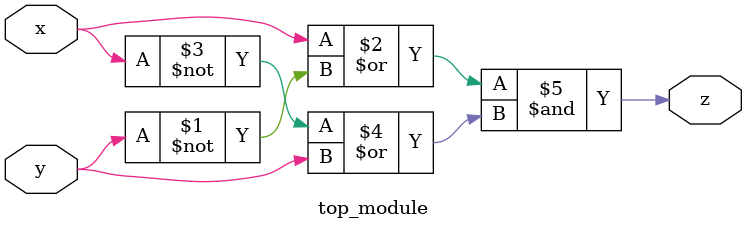
<source format=v>
`timescale 1ns / 1ps
module top_module (
    input x, 
    input y, 
    output z
);
assign z = (x | ~y) & (~x | y);
endmodule

</source>
